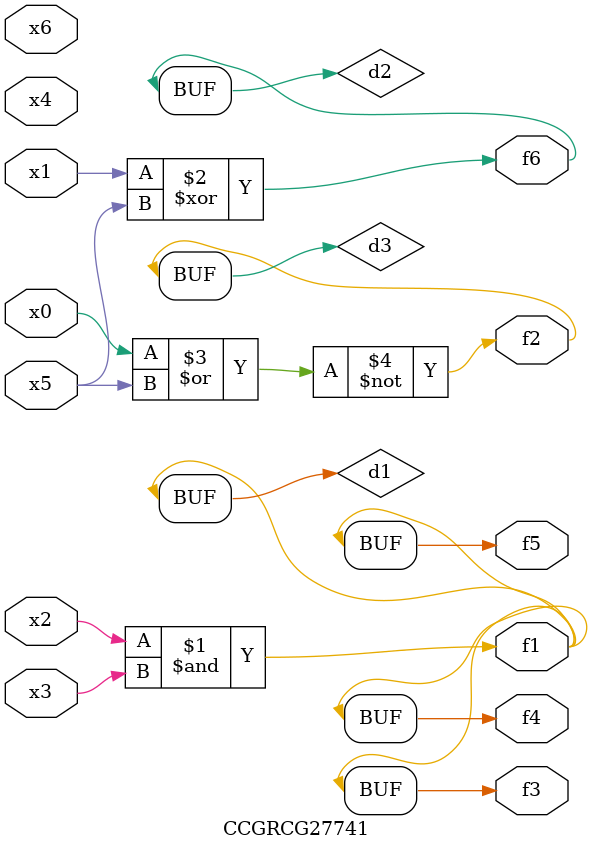
<source format=v>
module CCGRCG27741(
	input x0, x1, x2, x3, x4, x5, x6,
	output f1, f2, f3, f4, f5, f6
);

	wire d1, d2, d3;

	and (d1, x2, x3);
	xor (d2, x1, x5);
	nor (d3, x0, x5);
	assign f1 = d1;
	assign f2 = d3;
	assign f3 = d1;
	assign f4 = d1;
	assign f5 = d1;
	assign f6 = d2;
endmodule

</source>
